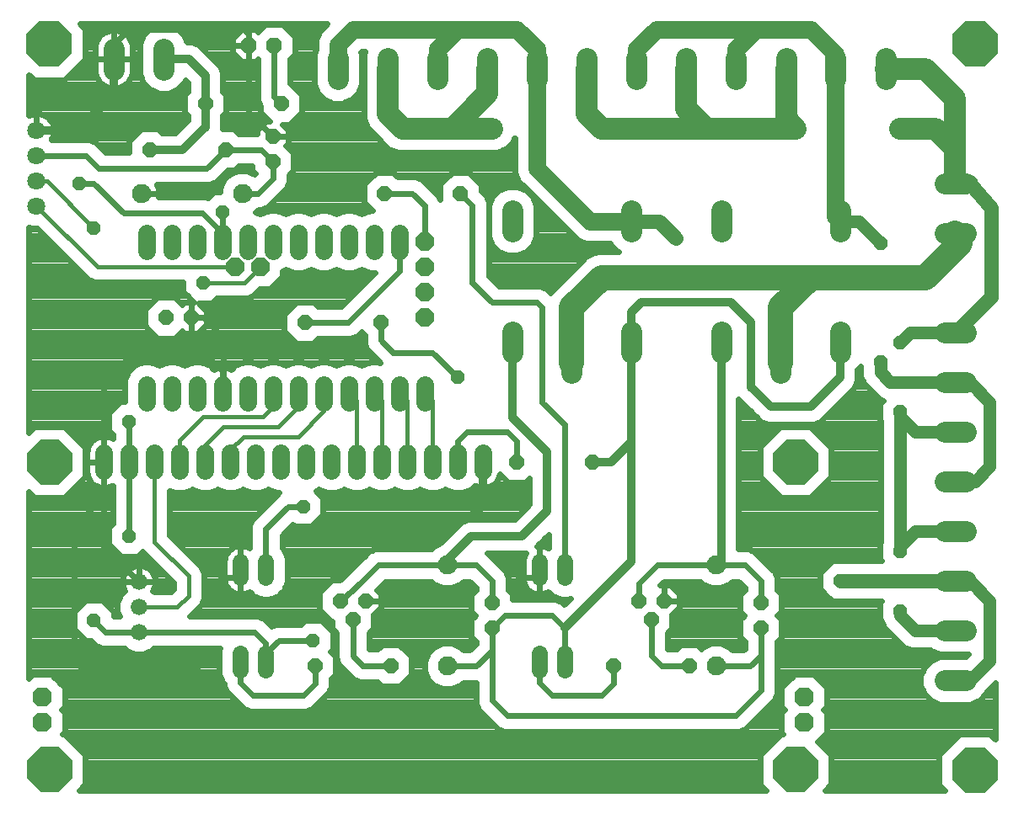
<source format=gbr>
G75*
%MOIN*%
%OFA0B0*%
%FSLAX25Y25*%
%IPPOS*%
%LPD*%
%AMOC8*
5,1,8,0,0,1.08239X$1,22.5*
%
%ADD10C,0.08350*%
%ADD11OC8,0.05906*%
%ADD12C,0.07600*%
%ADD13OC8,0.07600*%
%ADD14C,0.07000*%
%ADD15OC8,0.17717*%
%ADD16OC8,0.06299*%
%ADD17OC8,0.07087*%
%ADD18C,0.07087*%
%ADD19C,0.06600*%
%ADD20C,0.07087*%
%ADD21C,0.06350*%
%ADD22C,0.02400*%
%ADD23C,0.03200*%
%ADD24OC8,0.05600*%
%ADD25OC8,0.05512*%
%ADD26C,0.01600*%
%ADD27C,0.05600*%
%ADD28C,0.05000*%
%ADD29C,0.10000*%
%ADD30C,0.06600*%
%ADD31C,0.08600*%
%ADD32OC8,0.18110*%
D10*
X0227284Y0188998D02*
X0227284Y0197347D01*
X0250784Y0189347D02*
X0250784Y0180998D01*
X0274284Y0188998D02*
X0274284Y0197347D01*
X0309961Y0197347D02*
X0309961Y0188998D01*
X0333461Y0189347D02*
X0333461Y0180998D01*
X0356961Y0188998D02*
X0356961Y0197347D01*
X0398184Y0197139D02*
X0406534Y0197139D01*
X0406534Y0177339D02*
X0398184Y0177339D01*
X0398184Y0157769D02*
X0406534Y0157769D01*
X0406534Y0137969D02*
X0398184Y0137969D01*
X0398184Y0118399D02*
X0406534Y0118399D01*
X0406534Y0098599D02*
X0398184Y0098599D01*
X0398184Y0079029D02*
X0406534Y0079029D01*
X0406534Y0059229D02*
X0398184Y0059229D01*
X0398184Y0236394D02*
X0406534Y0236394D01*
X0406534Y0256194D02*
X0398184Y0256194D01*
X0356961Y0245347D02*
X0356961Y0236998D01*
X0309961Y0236998D02*
X0309961Y0245347D01*
X0274284Y0245347D02*
X0274284Y0236998D01*
X0227284Y0236998D02*
X0227284Y0245347D01*
X0236947Y0297238D02*
X0236947Y0305587D01*
X0217377Y0305587D02*
X0217377Y0297238D01*
X0197577Y0297238D02*
X0197577Y0305587D01*
X0178007Y0305587D02*
X0178007Y0297238D01*
X0158207Y0297238D02*
X0158207Y0305587D01*
X0089424Y0309524D02*
X0089424Y0301175D01*
X0069624Y0301175D02*
X0069624Y0309524D01*
X0256747Y0305587D02*
X0256747Y0297238D01*
X0276317Y0297238D02*
X0276317Y0305587D01*
X0296117Y0305587D02*
X0296117Y0297238D01*
X0315687Y0297238D02*
X0315687Y0305587D01*
X0335487Y0305587D02*
X0335487Y0297238D01*
X0355057Y0297238D02*
X0355057Y0305587D01*
X0374857Y0305587D02*
X0374857Y0297238D01*
D11*
X0206729Y0252200D03*
X0176729Y0252200D03*
X0132595Y0264641D03*
X0132595Y0274641D03*
X0135863Y0287633D03*
X0113816Y0269405D03*
X0105863Y0287633D03*
X0083816Y0269405D03*
X0090272Y0202987D03*
X0100272Y0202987D03*
X0145233Y0201019D03*
X0175233Y0201019D03*
X0229012Y0145783D03*
X0259012Y0145783D03*
X0277280Y0090783D03*
X0282280Y0083283D03*
X0287280Y0090783D03*
X0297280Y0065192D03*
X0267280Y0065192D03*
X0219288Y0079877D03*
X0219288Y0089877D03*
X0179170Y0065192D03*
X0164170Y0083283D03*
X0169170Y0090783D03*
X0159170Y0090783D03*
X0149170Y0065192D03*
X0325587Y0079877D03*
X0325587Y0089877D03*
D12*
X0307871Y0104877D03*
X0307871Y0064877D03*
X0201572Y0064877D03*
X0201572Y0104877D03*
X0120509Y0252121D03*
X0080509Y0252121D03*
D13*
X0219288Y0277791D03*
X0262595Y0277791D03*
X0339367Y0277791D03*
X0380705Y0277791D03*
X0342713Y0052554D03*
X0342713Y0042554D03*
X0041217Y0042554D03*
X0041217Y0052554D03*
D14*
X0065745Y0142243D02*
X0065745Y0149243D01*
X0075745Y0149243D02*
X0075745Y0142243D01*
X0085745Y0142243D02*
X0085745Y0149243D01*
X0095745Y0149243D02*
X0095745Y0142243D01*
X0105745Y0142243D02*
X0105745Y0149243D01*
X0115745Y0149243D02*
X0115745Y0142243D01*
X0125745Y0142243D02*
X0125745Y0149243D01*
X0135745Y0149243D02*
X0135745Y0142243D01*
X0145745Y0142243D02*
X0145745Y0149243D01*
X0155745Y0149243D02*
X0155745Y0142243D01*
X0165745Y0142243D02*
X0165745Y0149243D01*
X0175745Y0149243D02*
X0175745Y0142243D01*
X0185745Y0142243D02*
X0185745Y0149243D01*
X0195745Y0149243D02*
X0195745Y0142243D01*
X0205745Y0142243D02*
X0205745Y0149243D01*
X0215745Y0149243D02*
X0215745Y0142243D01*
X0257875Y0241172D02*
X0274284Y0241172D01*
X0257875Y0241172D02*
X0236947Y0262100D01*
X0236947Y0301413D01*
X0236947Y0309344D01*
X0229131Y0317161D01*
X0205509Y0317161D01*
X0197577Y0309229D01*
X0197577Y0301413D01*
X0205509Y0317161D02*
X0164170Y0317161D01*
X0158207Y0311198D01*
X0158207Y0301413D01*
X0276317Y0301413D02*
X0276317Y0309229D01*
X0284249Y0317161D01*
X0323619Y0317161D01*
X0315687Y0309229D01*
X0315687Y0301413D01*
X0323619Y0317161D02*
X0345272Y0317161D01*
X0355057Y0307376D01*
X0355057Y0301413D01*
X0355057Y0243076D01*
X0356961Y0241172D01*
D15*
X0044249Y0024011D03*
X0044249Y0145743D03*
X0339209Y0145743D03*
X0339209Y0024011D03*
D16*
X0133028Y0310704D03*
X0123028Y0310704D03*
D17*
X0192674Y0232987D03*
X0192674Y0222987D03*
X0192674Y0212987D03*
X0192674Y0202987D03*
X0127674Y0222987D03*
X0117674Y0222987D03*
D18*
X0122674Y0229444D02*
X0122674Y0236531D01*
X0132674Y0236531D02*
X0132674Y0229444D01*
X0142674Y0229444D02*
X0142674Y0236531D01*
X0152674Y0236531D02*
X0152674Y0229444D01*
X0162674Y0229444D02*
X0162674Y0236531D01*
X0172674Y0236531D02*
X0172674Y0229444D01*
X0182674Y0229444D02*
X0182674Y0236531D01*
X0182674Y0176531D02*
X0182674Y0169444D01*
X0192674Y0169444D02*
X0192674Y0176531D01*
X0172674Y0176531D02*
X0172674Y0169444D01*
X0162674Y0169444D02*
X0162674Y0176531D01*
X0152674Y0176531D02*
X0152674Y0169444D01*
X0142674Y0169444D02*
X0142674Y0176531D01*
X0132674Y0176531D02*
X0132674Y0169444D01*
X0122674Y0169444D02*
X0122674Y0176531D01*
X0112674Y0176531D02*
X0112674Y0169444D01*
X0102674Y0169444D02*
X0102674Y0176531D01*
X0092674Y0176531D02*
X0092674Y0169444D01*
X0082674Y0169444D02*
X0082674Y0176531D01*
X0082674Y0229444D02*
X0082674Y0236531D01*
X0092674Y0236531D02*
X0092674Y0229444D01*
X0102674Y0229444D02*
X0102674Y0236531D01*
X0112674Y0236531D02*
X0112674Y0229444D01*
D19*
X0079603Y0098302D03*
X0079603Y0088302D03*
X0079603Y0078302D03*
D20*
X0039091Y0247043D03*
X0039091Y0257043D03*
X0039091Y0267043D03*
X0039091Y0277043D03*
D21*
X0119800Y0106227D02*
X0119800Y0099877D01*
X0129800Y0099877D02*
X0129800Y0106227D01*
X0129800Y0069877D02*
X0129800Y0063528D01*
X0119800Y0063528D02*
X0119800Y0069877D01*
X0237910Y0069877D02*
X0237910Y0063528D01*
X0247910Y0063528D02*
X0247910Y0069877D01*
X0247910Y0099877D02*
X0247910Y0106227D01*
X0237910Y0106227D02*
X0237910Y0099877D01*
D22*
X0237910Y0099877D01*
X0237910Y0093502D01*
X0237492Y0093502D01*
X0236664Y0093611D01*
X0235857Y0093828D01*
X0235085Y0094148D01*
X0234361Y0094565D01*
X0233698Y0095074D01*
X0233107Y0095665D01*
X0232598Y0096328D01*
X0232180Y0097052D01*
X0231861Y0097824D01*
X0231644Y0098631D01*
X0231535Y0099459D01*
X0231535Y0099877D01*
X0237910Y0099877D01*
X0237910Y0099877D01*
X0237910Y0093502D01*
X0238328Y0093502D01*
X0239156Y0093611D01*
X0239964Y0093828D01*
X0240736Y0094148D01*
X0241408Y0094536D01*
X0243166Y0092777D01*
X0246244Y0091502D01*
X0249576Y0091502D01*
X0250161Y0091745D01*
X0247627Y0089211D01*
X0246535Y0090303D01*
X0244183Y0091277D01*
X0227441Y0091277D01*
X0227441Y0093254D01*
X0225688Y0095007D01*
X0225688Y0099930D01*
X0224714Y0102282D01*
X0222913Y0104082D01*
X0217422Y0109573D01*
X0232452Y0109573D01*
X0232490Y0109589D01*
X0232180Y0109052D01*
X0231861Y0108280D01*
X0231644Y0107473D01*
X0231535Y0106645D01*
X0231535Y0099877D01*
X0237910Y0099877D01*
X0229879Y0099877D01*
X0227162Y0102594D01*
X0225155Y0101217D02*
X0231535Y0101217D01*
X0231535Y0103616D02*
X0223380Y0103616D01*
X0220981Y0106014D02*
X0231535Y0106014D01*
X0231916Y0108413D02*
X0218583Y0108413D01*
X0213068Y0104877D02*
X0219288Y0098657D01*
X0219288Y0089877D01*
X0224288Y0084877D02*
X0219288Y0079877D01*
X0219288Y0071098D01*
X0219288Y0051413D01*
X0225194Y0045507D01*
X0315745Y0045507D01*
X0325587Y0055350D01*
X0325587Y0069129D01*
X0325587Y0079877D01*
X0333740Y0079631D02*
X0375062Y0079631D01*
X0374178Y0080515D02*
X0380083Y0074610D01*
X0382249Y0072444D01*
X0385079Y0071272D01*
X0392684Y0071272D01*
X0392874Y0071082D01*
X0396319Y0069654D01*
X0407743Y0069654D01*
X0406692Y0068604D01*
X0396319Y0068604D01*
X0392874Y0067177D01*
X0390237Y0064540D01*
X0388809Y0061094D01*
X0388809Y0057364D01*
X0390237Y0053919D01*
X0392874Y0051282D01*
X0396319Y0049854D01*
X0408398Y0049854D01*
X0411844Y0051282D01*
X0414481Y0053919D01*
X0414973Y0055106D01*
X0418312Y0058445D01*
X0418312Y0035934D01*
X0416138Y0038109D01*
X0404328Y0038109D01*
X0395978Y0029758D01*
X0395978Y0017949D01*
X0398153Y0015774D01*
X0350854Y0015774D01*
X0353268Y0018188D01*
X0353268Y0029834D01*
X0347994Y0035107D01*
X0351713Y0038826D01*
X0351713Y0046282D01*
X0350441Y0047554D01*
X0351713Y0048826D01*
X0351713Y0056282D01*
X0346441Y0061554D01*
X0338985Y0061554D01*
X0333713Y0056282D01*
X0333713Y0048826D01*
X0334985Y0047554D01*
X0333713Y0046282D01*
X0333713Y0038826D01*
X0334470Y0038069D01*
X0333386Y0038069D01*
X0325151Y0029834D01*
X0325151Y0018188D01*
X0327565Y0015774D01*
X0055893Y0015774D01*
X0058307Y0018188D01*
X0058307Y0029834D01*
X0050072Y0038069D01*
X0049460Y0038069D01*
X0050217Y0038826D01*
X0050217Y0046282D01*
X0048945Y0047554D01*
X0050217Y0048826D01*
X0050217Y0056282D01*
X0044945Y0061554D01*
X0037489Y0061554D01*
X0036012Y0060077D01*
X0036012Y0134099D01*
X0038426Y0131685D01*
X0050072Y0131685D01*
X0058307Y0139920D01*
X0058307Y0151566D01*
X0050072Y0159802D01*
X0038426Y0159802D01*
X0036012Y0157388D01*
X0036012Y0238854D01*
X0037352Y0238299D01*
X0039349Y0238299D01*
X0059748Y0217901D01*
X0061953Y0216987D01*
X0097115Y0216987D01*
X0097115Y0213453D01*
X0101428Y0209140D01*
X0100272Y0209140D01*
X0097724Y0209140D01*
X0096687Y0208103D01*
X0093649Y0211140D01*
X0086895Y0211140D01*
X0082120Y0206364D01*
X0082120Y0199610D01*
X0086895Y0194835D01*
X0093649Y0194835D01*
X0096687Y0197872D01*
X0097724Y0196835D01*
X0100272Y0196835D01*
X0100272Y0202987D01*
X0100272Y0202987D01*
X0100272Y0196835D01*
X0102821Y0196835D01*
X0106425Y0200439D01*
X0106425Y0202987D01*
X0100272Y0202987D01*
X0105115Y0202987D01*
X0112989Y0195113D01*
X0112989Y0179680D01*
X0112674Y0179365D01*
X0112674Y0181649D01*
X0109052Y0185271D01*
X0073619Y0185271D01*
X0065745Y0177397D01*
X0065745Y0145743D01*
X0065745Y0135543D01*
X0066184Y0135543D01*
X0067055Y0135658D01*
X0067903Y0135885D01*
X0068714Y0136221D01*
X0069189Y0136495D01*
X0069345Y0136340D01*
X0069345Y0121444D01*
X0067745Y0119844D01*
X0067745Y0113217D01*
X0072431Y0108531D01*
X0079058Y0108531D01*
X0080938Y0110411D01*
X0093209Y0098140D01*
X0093209Y0095236D01*
X0092275Y0094302D01*
X0085624Y0094302D01*
X0085101Y0094825D01*
X0085445Y0095421D01*
X0085771Y0096209D01*
X0085992Y0097032D01*
X0086103Y0097876D01*
X0086103Y0098302D01*
X0079603Y0098302D01*
X0073103Y0098302D01*
X0073103Y0097876D01*
X0073214Y0097032D01*
X0073435Y0096209D01*
X0073761Y0095421D01*
X0074105Y0094825D01*
X0072397Y0093117D01*
X0071103Y0089993D01*
X0071103Y0086612D01*
X0071894Y0084702D01*
X0069808Y0084702D01*
X0069808Y0086222D01*
X0065121Y0090909D01*
X0058494Y0090909D01*
X0053808Y0086222D01*
X0053808Y0079595D01*
X0058494Y0074909D01*
X0060757Y0074909D01*
X0060988Y0074677D01*
X0062789Y0072877D01*
X0065141Y0071902D01*
X0073982Y0071902D01*
X0074788Y0071096D01*
X0077912Y0069802D01*
X0081294Y0069802D01*
X0084418Y0071096D01*
X0085224Y0071902D01*
X0111574Y0071902D01*
X0111425Y0071543D01*
X0111425Y0061862D01*
X0112700Y0058784D01*
X0113400Y0058084D01*
X0113400Y0057108D01*
X0114374Y0054756D01*
X0116175Y0052955D01*
X0119374Y0049756D01*
X0119374Y0049756D01*
X0121175Y0047955D01*
X0123527Y0046981D01*
X0145758Y0046981D01*
X0148110Y0047955D01*
X0152795Y0052640D01*
X0154596Y0054441D01*
X0155570Y0056793D01*
X0155570Y0060062D01*
X0157323Y0061815D01*
X0157323Y0068569D01*
X0155265Y0070627D01*
X0156378Y0071739D01*
X0156378Y0078330D01*
X0151717Y0082991D01*
X0145126Y0082991D01*
X0143571Y0081435D01*
X0133684Y0081435D01*
X0132060Y0080762D01*
X0129094Y0083728D01*
X0126742Y0084702D01*
X0099646Y0084702D01*
X0099847Y0084904D01*
X0104296Y0089352D01*
X0105209Y0091558D01*
X0105209Y0101819D01*
X0104296Y0104024D01*
X0102608Y0105712D01*
X0091745Y0116575D01*
X0091745Y0134483D01*
X0094014Y0133543D01*
X0097475Y0133543D01*
X0100673Y0134868D01*
X0100745Y0134940D01*
X0100817Y0134868D01*
X0104014Y0133543D01*
X0107475Y0133543D01*
X0110673Y0134868D01*
X0110745Y0134940D01*
X0110817Y0134868D01*
X0114014Y0133543D01*
X0117475Y0133543D01*
X0120673Y0134868D01*
X0120745Y0134940D01*
X0120817Y0134868D01*
X0124014Y0133543D01*
X0127475Y0133543D01*
X0130673Y0134868D01*
X0130745Y0134940D01*
X0130817Y0134868D01*
X0134014Y0133543D01*
X0134887Y0133543D01*
X0126175Y0124830D01*
X0124374Y0123030D01*
X0123400Y0120678D01*
X0123400Y0111671D01*
X0123298Y0111568D01*
X0122625Y0111956D01*
X0121853Y0112276D01*
X0121046Y0112492D01*
X0120218Y0112602D01*
X0119800Y0112602D01*
X0119800Y0099877D01*
X0119800Y0093502D01*
X0120218Y0093502D01*
X0121046Y0093611D01*
X0121853Y0093828D01*
X0122625Y0094148D01*
X0123298Y0094536D01*
X0125056Y0092777D01*
X0128134Y0091502D01*
X0131466Y0091502D01*
X0134544Y0092777D01*
X0136900Y0095133D01*
X0138175Y0098211D01*
X0138175Y0107893D01*
X0136900Y0110971D01*
X0136200Y0111671D01*
X0136200Y0116754D01*
X0140432Y0120986D01*
X0141189Y0120228D01*
X0147780Y0120228D01*
X0152441Y0124889D01*
X0152441Y0131480D01*
X0149527Y0134393D01*
X0150673Y0134868D01*
X0150745Y0134940D01*
X0150817Y0134868D01*
X0154014Y0133543D01*
X0157475Y0133543D01*
X0160673Y0134868D01*
X0160745Y0134940D01*
X0160817Y0134868D01*
X0164014Y0133543D01*
X0167475Y0133543D01*
X0170673Y0134868D01*
X0170745Y0134940D01*
X0170817Y0134868D01*
X0174014Y0133543D01*
X0177475Y0133543D01*
X0180673Y0134868D01*
X0180745Y0134940D01*
X0180817Y0134868D01*
X0184014Y0133543D01*
X0187475Y0133543D01*
X0190673Y0134868D01*
X0190745Y0134940D01*
X0190817Y0134868D01*
X0194014Y0133543D01*
X0197475Y0133543D01*
X0200673Y0134868D01*
X0200745Y0134940D01*
X0200817Y0134868D01*
X0204014Y0133543D01*
X0207475Y0133543D01*
X0210673Y0134868D01*
X0212300Y0136495D01*
X0212775Y0136221D01*
X0213586Y0135885D01*
X0214435Y0135658D01*
X0215306Y0135543D01*
X0215745Y0135543D01*
X0216184Y0135543D01*
X0217055Y0135658D01*
X0217903Y0135885D01*
X0218714Y0136221D01*
X0219475Y0136661D01*
X0220172Y0137195D01*
X0220793Y0137816D01*
X0221328Y0138513D01*
X0221767Y0139274D01*
X0222103Y0140085D01*
X0222330Y0140933D01*
X0222330Y0140935D01*
X0225635Y0137630D01*
X0232389Y0137630D01*
X0234142Y0139382D01*
X0234142Y0129032D01*
X0228282Y0123173D01*
X0209746Y0123173D01*
X0207247Y0122138D01*
X0198424Y0113315D01*
X0196473Y0112507D01*
X0195244Y0111277D01*
X0173054Y0111277D01*
X0170702Y0110303D01*
X0162682Y0102283D01*
X0158812Y0098935D01*
X0155793Y0098935D01*
X0151017Y0094160D01*
X0151017Y0087406D01*
X0155793Y0082630D01*
X0156017Y0082630D01*
X0156017Y0079906D01*
X0157770Y0078153D01*
X0157770Y0067856D01*
X0158744Y0065504D01*
X0162681Y0061567D01*
X0164482Y0059766D01*
X0166834Y0058792D01*
X0174040Y0058792D01*
X0175793Y0057039D01*
X0182547Y0057039D01*
X0187323Y0061815D01*
X0187323Y0068569D01*
X0182547Y0073345D01*
X0175793Y0073345D01*
X0174040Y0071592D01*
X0170758Y0071592D01*
X0170570Y0071780D01*
X0170570Y0078153D01*
X0172323Y0079906D01*
X0172323Y0085234D01*
X0175323Y0088234D01*
X0175323Y0090783D01*
X0175323Y0093331D01*
X0173578Y0095076D01*
X0176978Y0098477D01*
X0195244Y0098477D01*
X0196473Y0097247D01*
X0199781Y0095877D01*
X0203362Y0095877D01*
X0206670Y0097247D01*
X0207899Y0098477D01*
X0210417Y0098477D01*
X0212888Y0096006D01*
X0212888Y0095007D01*
X0211135Y0093254D01*
X0211135Y0086500D01*
X0212758Y0084877D01*
X0211135Y0083254D01*
X0211135Y0076500D01*
X0212888Y0074747D01*
X0212888Y0073749D01*
X0210417Y0071277D01*
X0207899Y0071277D01*
X0206670Y0072507D01*
X0203362Y0073877D01*
X0199781Y0073877D01*
X0196473Y0072507D01*
X0193942Y0069975D01*
X0192572Y0066667D01*
X0192572Y0063087D01*
X0193942Y0059779D01*
X0196473Y0057247D01*
X0199781Y0055877D01*
X0203362Y0055877D01*
X0206670Y0057247D01*
X0207899Y0058477D01*
X0212888Y0058477D01*
X0212888Y0050140D01*
X0213862Y0047787D01*
X0219768Y0041882D01*
X0221568Y0040081D01*
X0223921Y0039107D01*
X0317018Y0039107D01*
X0319370Y0040081D01*
X0329213Y0049924D01*
X0331013Y0051724D01*
X0331987Y0054077D01*
X0331987Y0074747D01*
X0333740Y0076500D01*
X0333740Y0083254D01*
X0332117Y0084877D01*
X0333740Y0086500D01*
X0333740Y0093254D01*
X0331987Y0095007D01*
X0331987Y0099930D01*
X0331013Y0102282D01*
X0324792Y0108502D01*
X0322992Y0110303D01*
X0320640Y0111277D01*
X0316761Y0111277D01*
X0316761Y0170701D01*
X0317798Y0169664D01*
X0325672Y0161790D01*
X0328172Y0160754D01*
X0346625Y0160754D01*
X0349124Y0161790D01*
X0351037Y0163702D01*
X0362726Y0175391D01*
X0363761Y0177891D01*
X0363761Y0182540D01*
X0364875Y0183654D01*
X0364875Y0181975D01*
X0365131Y0181720D01*
X0365131Y0179802D01*
X0366304Y0176972D01*
X0370241Y0173035D01*
X0372407Y0170869D01*
X0374055Y0170186D01*
X0372749Y0168881D01*
X0372749Y0162290D01*
X0373005Y0162034D01*
X0373005Y0114019D01*
X0372749Y0113763D01*
X0372749Y0107172D01*
X0373265Y0106657D01*
X0355492Y0106657D01*
X0355386Y0106613D01*
X0353788Y0106613D01*
X0352658Y0105483D01*
X0352552Y0105439D01*
X0350301Y0103188D01*
X0350257Y0103082D01*
X0349127Y0101952D01*
X0349127Y0100354D01*
X0349083Y0100248D01*
X0349083Y0097065D01*
X0349127Y0096959D01*
X0349127Y0095361D01*
X0350257Y0094232D01*
X0350301Y0094125D01*
X0352552Y0091875D01*
X0352658Y0091831D01*
X0353788Y0090701D01*
X0355386Y0090701D01*
X0355492Y0090657D01*
X0373265Y0090657D01*
X0372749Y0090141D01*
X0372749Y0083550D01*
X0373042Y0083258D01*
X0374178Y0080515D01*
X0373551Y0082029D02*
X0333740Y0082029D01*
X0332566Y0084428D02*
X0372749Y0084428D01*
X0372749Y0086826D02*
X0333740Y0086826D01*
X0333740Y0089225D02*
X0372749Y0089225D01*
X0377461Y0077232D02*
X0333740Y0077232D01*
X0332074Y0074834D02*
X0379859Y0074834D01*
X0382270Y0072435D02*
X0331987Y0072435D01*
X0331987Y0070037D02*
X0395396Y0070037D01*
X0393988Y0067638D02*
X0331987Y0067638D01*
X0331987Y0065240D02*
X0390937Y0065240D01*
X0389533Y0062841D02*
X0331987Y0062841D01*
X0331987Y0060443D02*
X0337874Y0060443D01*
X0335475Y0058044D02*
X0331987Y0058044D01*
X0331987Y0055646D02*
X0333713Y0055646D01*
X0333713Y0053247D02*
X0331644Y0053247D01*
X0330137Y0050849D02*
X0333713Y0050849D01*
X0334089Y0048450D02*
X0327739Y0048450D01*
X0325340Y0046052D02*
X0333713Y0046052D01*
X0333713Y0043653D02*
X0322942Y0043653D01*
X0320543Y0041255D02*
X0333713Y0041255D01*
X0333713Y0038856D02*
X0050217Y0038856D01*
X0050217Y0041255D02*
X0220395Y0041255D01*
X0217996Y0043653D02*
X0050217Y0043653D01*
X0050217Y0046052D02*
X0215598Y0046052D01*
X0213588Y0048450D02*
X0148605Y0048450D01*
X0151003Y0050849D02*
X0212888Y0050849D01*
X0212888Y0053247D02*
X0153402Y0053247D01*
X0152795Y0052640D02*
X0152795Y0052640D01*
X0155095Y0055646D02*
X0212888Y0055646D01*
X0212888Y0058044D02*
X0207467Y0058044D01*
X0213068Y0064877D02*
X0201572Y0064877D01*
X0192572Y0065240D02*
X0187323Y0065240D01*
X0187323Y0067638D02*
X0192974Y0067638D01*
X0194003Y0070037D02*
X0185855Y0070037D01*
X0183456Y0072435D02*
X0196402Y0072435D01*
X0206741Y0072435D02*
X0211575Y0072435D01*
X0212802Y0074834D02*
X0170570Y0074834D01*
X0170570Y0077232D02*
X0211135Y0077232D01*
X0211135Y0079631D02*
X0172048Y0079631D01*
X0172323Y0082029D02*
X0211135Y0082029D01*
X0212309Y0084428D02*
X0172323Y0084428D01*
X0173915Y0086826D02*
X0211135Y0086826D01*
X0211135Y0089225D02*
X0175323Y0089225D01*
X0175323Y0090783D02*
X0169170Y0090783D01*
X0175323Y0090783D01*
X0175323Y0091623D02*
X0211135Y0091623D01*
X0211903Y0094022D02*
X0174632Y0094022D01*
X0174922Y0096420D02*
X0198470Y0096420D01*
X0204673Y0096420D02*
X0212473Y0096420D01*
X0213068Y0104877D02*
X0201572Y0104877D01*
X0199603Y0104877D01*
X0174327Y0104877D01*
X0167044Y0097594D01*
X0159170Y0090783D01*
X0153278Y0096420D02*
X0137433Y0096420D01*
X0138175Y0098819D02*
X0155676Y0098819D01*
X0151017Y0094022D02*
X0135788Y0094022D01*
X0131758Y0091623D02*
X0151017Y0091623D01*
X0151017Y0089225D02*
X0104168Y0089225D01*
X0105209Y0091623D02*
X0127842Y0091623D01*
X0123811Y0094022D02*
X0122322Y0094022D01*
X0119800Y0094022D02*
X0119800Y0094022D01*
X0119800Y0093502D02*
X0119800Y0099877D01*
X0119800Y0099877D01*
X0112241Y0099877D01*
X0107083Y0094720D01*
X0105209Y0094022D02*
X0117278Y0094022D01*
X0116974Y0094148D02*
X0117746Y0093828D01*
X0118554Y0093611D01*
X0119382Y0093502D01*
X0119800Y0093502D01*
X0116974Y0094148D02*
X0116251Y0094565D01*
X0115588Y0095074D01*
X0114997Y0095665D01*
X0114488Y0096328D01*
X0114070Y0097052D01*
X0113750Y0097824D01*
X0113534Y0098631D01*
X0113425Y0099459D01*
X0113425Y0099877D01*
X0119800Y0099877D01*
X0119800Y0099877D01*
X0119800Y0099877D01*
X0113425Y0099877D01*
X0113425Y0106645D01*
X0113534Y0107473D01*
X0113750Y0108280D01*
X0114070Y0109052D01*
X0114488Y0109776D01*
X0114997Y0110439D01*
X0115588Y0111030D01*
X0116251Y0111539D01*
X0116974Y0111956D01*
X0117746Y0112276D01*
X0118554Y0112492D01*
X0119382Y0112602D01*
X0119800Y0112602D01*
X0119800Y0099877D01*
X0119800Y0098819D02*
X0119800Y0098819D01*
X0119800Y0101217D02*
X0119800Y0101217D01*
X0119800Y0103616D02*
X0119800Y0103616D01*
X0119800Y0106014D02*
X0119800Y0106014D01*
X0119800Y0108413D02*
X0119800Y0108413D01*
X0119800Y0110811D02*
X0119800Y0110811D01*
X0123400Y0113210D02*
X0095110Y0113210D01*
X0097508Y0110811D02*
X0115369Y0110811D01*
X0113805Y0108413D02*
X0099907Y0108413D01*
X0102305Y0106014D02*
X0113425Y0106014D01*
X0113425Y0103616D02*
X0104465Y0103616D01*
X0105209Y0101217D02*
X0113425Y0101217D01*
X0113509Y0098819D02*
X0105209Y0098819D01*
X0105209Y0096420D02*
X0114435Y0096420D01*
X0119800Y0096420D02*
X0119800Y0096420D01*
X0129800Y0099877D02*
X0129800Y0119405D01*
X0138579Y0128184D01*
X0144485Y0128184D01*
X0151522Y0132398D02*
X0234142Y0132398D01*
X0234142Y0130000D02*
X0152441Y0130000D01*
X0152441Y0127601D02*
X0232710Y0127601D01*
X0230312Y0125203D02*
X0152441Y0125203D01*
X0150356Y0122804D02*
X0208855Y0122804D01*
X0205515Y0120406D02*
X0147958Y0120406D01*
X0141012Y0120406D02*
X0139852Y0120406D01*
X0137453Y0118007D02*
X0203116Y0118007D01*
X0200718Y0115609D02*
X0136200Y0115609D01*
X0136200Y0113210D02*
X0198171Y0113210D01*
X0200501Y0134797D02*
X0200988Y0134797D01*
X0210501Y0134797D02*
X0234142Y0134797D01*
X0234142Y0137195D02*
X0220172Y0137195D01*
X0221899Y0139594D02*
X0223672Y0139594D01*
X0215745Y0139594D02*
X0215745Y0139594D01*
X0215745Y0141992D02*
X0215745Y0141992D01*
X0215745Y0144391D02*
X0215745Y0144391D01*
X0215745Y0145743D02*
X0215745Y0135543D01*
X0215745Y0145743D01*
X0215745Y0145743D01*
X0205745Y0145743D02*
X0205745Y0154011D01*
X0209446Y0157712D01*
X0225194Y0157712D01*
X0229012Y0153893D01*
X0229012Y0145783D01*
X0215745Y0137195D02*
X0215745Y0137195D01*
X0190988Y0134797D02*
X0190501Y0134797D01*
X0180988Y0134797D02*
X0180501Y0134797D01*
X0170988Y0134797D02*
X0170501Y0134797D01*
X0160988Y0134797D02*
X0160501Y0134797D01*
X0150988Y0134797D02*
X0150501Y0134797D01*
X0133742Y0132398D02*
X0091745Y0132398D01*
X0091745Y0130000D02*
X0131344Y0130000D01*
X0128945Y0127601D02*
X0091745Y0127601D01*
X0091745Y0125203D02*
X0126547Y0125203D01*
X0124281Y0122804D02*
X0091745Y0122804D01*
X0091745Y0120406D02*
X0123400Y0120406D01*
X0123400Y0118007D02*
X0091745Y0118007D01*
X0092711Y0115609D02*
X0123400Y0115609D01*
X0136966Y0110811D02*
X0171930Y0110811D01*
X0168812Y0108413D02*
X0137959Y0108413D01*
X0138175Y0106014D02*
X0166414Y0106014D01*
X0164015Y0103616D02*
X0138175Y0103616D01*
X0138175Y0101217D02*
X0161450Y0101217D01*
X0169170Y0090783D02*
X0169170Y0090783D01*
X0164170Y0083283D02*
X0164170Y0069129D01*
X0168107Y0065192D01*
X0179170Y0065192D01*
X0185950Y0060443D02*
X0193667Y0060443D01*
X0192673Y0062841D02*
X0187323Y0062841D01*
X0183552Y0058044D02*
X0195677Y0058044D01*
X0213068Y0064877D02*
X0219288Y0071098D01*
X0224288Y0084877D02*
X0242910Y0084877D01*
X0247910Y0079877D01*
X0247910Y0069877D01*
X0237910Y0069877D02*
X0237910Y0058381D01*
X0242910Y0053381D01*
X0262595Y0053381D01*
X0267280Y0058066D01*
X0267280Y0065192D01*
X0282280Y0069129D02*
X0286217Y0065192D01*
X0297280Y0065192D01*
X0292150Y0071592D02*
X0288868Y0071592D01*
X0288680Y0071780D01*
X0288680Y0078153D01*
X0290433Y0079906D01*
X0290433Y0085234D01*
X0293433Y0088234D01*
X0293433Y0090783D01*
X0293433Y0093331D01*
X0289829Y0096935D01*
X0287280Y0096935D01*
X0285673Y0096935D01*
X0287215Y0098477D01*
X0301543Y0098477D01*
X0302773Y0097247D01*
X0306081Y0095877D01*
X0309661Y0095877D01*
X0312969Y0097247D01*
X0314199Y0098477D01*
X0316716Y0098477D01*
X0319187Y0096006D01*
X0319187Y0095007D01*
X0317435Y0093254D01*
X0317435Y0086500D01*
X0319058Y0084877D01*
X0317435Y0083254D01*
X0317435Y0076500D01*
X0319187Y0074747D01*
X0319187Y0071780D01*
X0318684Y0071277D01*
X0314199Y0071277D01*
X0312969Y0072507D01*
X0309661Y0073877D01*
X0306081Y0073877D01*
X0302773Y0072507D01*
X0302134Y0071868D01*
X0300657Y0073345D01*
X0293903Y0073345D01*
X0292150Y0071592D01*
X0292994Y0072435D02*
X0288680Y0072435D01*
X0288680Y0074834D02*
X0319101Y0074834D01*
X0319187Y0072435D02*
X0313040Y0072435D01*
X0317435Y0077232D02*
X0288680Y0077232D01*
X0290158Y0079631D02*
X0317435Y0079631D01*
X0317435Y0082029D02*
X0290433Y0082029D01*
X0290433Y0084428D02*
X0318608Y0084428D01*
X0317435Y0086826D02*
X0292025Y0086826D01*
X0293433Y0089225D02*
X0317435Y0089225D01*
X0317435Y0091623D02*
X0293433Y0091623D01*
X0293433Y0090783D02*
X0287280Y0090783D01*
X0287280Y0096935D01*
X0287280Y0090783D01*
X0287280Y0090783D01*
X0287280Y0090783D01*
X0293433Y0090783D01*
X0292742Y0094022D02*
X0318202Y0094022D01*
X0318773Y0096420D02*
X0310972Y0096420D01*
X0304769Y0096420D02*
X0290344Y0096420D01*
X0287280Y0096420D02*
X0287280Y0096420D01*
X0287280Y0094022D02*
X0287280Y0094022D01*
X0287280Y0091623D02*
X0287280Y0091623D01*
X0282280Y0083283D02*
X0282280Y0069129D01*
X0301567Y0072435D02*
X0302701Y0072435D01*
X0307871Y0064877D02*
X0321335Y0064877D01*
X0325587Y0069129D01*
X0347553Y0060443D02*
X0388809Y0060443D01*
X0388809Y0058044D02*
X0349951Y0058044D01*
X0351713Y0055646D02*
X0389521Y0055646D01*
X0390908Y0053247D02*
X0351713Y0053247D01*
X0351713Y0050849D02*
X0393919Y0050849D01*
X0402677Y0036458D02*
X0349344Y0036458D01*
X0349043Y0034059D02*
X0400279Y0034059D01*
X0397880Y0031661D02*
X0351441Y0031661D01*
X0353268Y0029262D02*
X0395978Y0029262D01*
X0395978Y0026864D02*
X0353268Y0026864D01*
X0353268Y0024465D02*
X0395978Y0024465D01*
X0395978Y0022067D02*
X0353268Y0022067D01*
X0353268Y0019668D02*
X0395978Y0019668D01*
X0396657Y0017270D02*
X0352349Y0017270D01*
X0351713Y0038856D02*
X0418312Y0038856D01*
X0418312Y0036458D02*
X0417789Y0036458D01*
X0418312Y0041255D02*
X0351713Y0041255D01*
X0351713Y0043653D02*
X0418312Y0043653D01*
X0418312Y0046052D02*
X0351713Y0046052D01*
X0351337Y0048450D02*
X0418312Y0048450D01*
X0418312Y0050849D02*
X0410799Y0050849D01*
X0413810Y0053247D02*
X0418312Y0053247D01*
X0418312Y0055646D02*
X0415513Y0055646D01*
X0417911Y0058044D02*
X0418312Y0058044D01*
X0372749Y0108413D02*
X0324882Y0108413D01*
X0327280Y0106014D02*
X0353190Y0106014D01*
X0350729Y0103616D02*
X0329679Y0103616D01*
X0331454Y0101217D02*
X0349127Y0101217D01*
X0349083Y0098819D02*
X0331987Y0098819D01*
X0331987Y0096420D02*
X0349127Y0096420D01*
X0350404Y0094022D02*
X0332972Y0094022D01*
X0333740Y0091623D02*
X0352865Y0091623D01*
X0325587Y0089877D02*
X0325587Y0098657D01*
X0319367Y0104877D01*
X0307871Y0104877D01*
X0284564Y0104877D01*
X0277280Y0097594D01*
X0277280Y0090783D01*
X0250040Y0091623D02*
X0249868Y0091623D01*
X0247641Y0089225D02*
X0247613Y0089225D01*
X0245952Y0091623D02*
X0227441Y0091623D01*
X0226673Y0094022D02*
X0235388Y0094022D01*
X0237910Y0094022D02*
X0237910Y0094022D01*
X0237910Y0096420D02*
X0237910Y0096420D01*
X0237910Y0098819D02*
X0237910Y0098819D01*
X0237910Y0099877D02*
X0237910Y0112602D01*
X0237492Y0112602D01*
X0236861Y0112518D01*
X0236864Y0112521D01*
X0241510Y0117168D01*
X0241510Y0111671D01*
X0241408Y0111568D01*
X0240736Y0111956D01*
X0239964Y0112276D01*
X0239156Y0112492D01*
X0238328Y0112602D01*
X0237910Y0112602D01*
X0237910Y0099877D01*
X0237910Y0099877D01*
X0237910Y0101217D02*
X0237910Y0101217D01*
X0237910Y0103616D02*
X0237910Y0103616D01*
X0237910Y0106014D02*
X0237910Y0106014D01*
X0237910Y0108413D02*
X0237910Y0108413D01*
X0237910Y0110811D02*
X0237910Y0110811D01*
X0237552Y0113210D02*
X0241510Y0113210D01*
X0241510Y0115609D02*
X0239951Y0115609D01*
X0247910Y0099877D02*
X0247910Y0160586D01*
X0238973Y0169523D01*
X0238973Y0206924D01*
X0237005Y0208893D01*
X0219288Y0208893D01*
X0211414Y0216767D01*
X0211414Y0247515D01*
X0206729Y0252200D01*
X0200120Y0257121D02*
X0191922Y0257121D01*
X0191417Y0257626D02*
X0189065Y0258600D01*
X0181859Y0258600D01*
X0180106Y0260353D01*
X0173352Y0260353D01*
X0168576Y0255577D01*
X0168576Y0248823D01*
X0172125Y0245274D01*
X0170935Y0245274D01*
X0167721Y0243943D01*
X0167674Y0243896D01*
X0167627Y0243943D01*
X0164413Y0245274D01*
X0160935Y0245274D01*
X0157721Y0243943D01*
X0157674Y0243896D01*
X0157627Y0243943D01*
X0154413Y0245274D01*
X0150935Y0245274D01*
X0147721Y0243943D01*
X0147674Y0243896D01*
X0147627Y0243943D01*
X0144413Y0245274D01*
X0140935Y0245274D01*
X0137721Y0243943D01*
X0137674Y0243896D01*
X0137627Y0243943D01*
X0134413Y0245274D01*
X0130935Y0245274D01*
X0127721Y0243943D01*
X0127674Y0243896D01*
X0127627Y0243943D01*
X0125810Y0244695D01*
X0126915Y0245800D01*
X0128041Y0245800D01*
X0130394Y0246774D01*
X0132194Y0248575D01*
X0138021Y0254401D01*
X0138995Y0256754D01*
X0138995Y0259511D01*
X0140748Y0261264D01*
X0140748Y0268018D01*
X0137711Y0271055D01*
X0138748Y0272092D01*
X0138748Y0274641D01*
X0138748Y0277189D01*
X0136457Y0279480D01*
X0139240Y0279480D01*
X0144016Y0284256D01*
X0144016Y0291010D01*
X0139428Y0295597D01*
X0139428Y0305296D01*
X0141378Y0307245D01*
X0141378Y0314162D01*
X0136487Y0319054D01*
X0129570Y0319054D01*
X0126614Y0316098D01*
X0125658Y0317054D01*
X0123028Y0317054D01*
X0120398Y0317054D01*
X0116679Y0313334D01*
X0116679Y0310704D01*
X0123028Y0310704D01*
X0123028Y0310704D01*
X0116679Y0310704D01*
X0116679Y0308074D01*
X0120398Y0304354D01*
X0123028Y0304354D01*
X0123028Y0310704D01*
X0123028Y0317054D01*
X0123028Y0310704D01*
X0123028Y0310704D01*
X0123028Y0284208D01*
X0132595Y0274641D01*
X0138748Y0274641D01*
X0132595Y0274641D01*
X0132595Y0274641D01*
X0127960Y0278707D02*
X0112663Y0278707D01*
X0112663Y0277557D02*
X0112663Y0282903D01*
X0114016Y0284256D01*
X0114016Y0291010D01*
X0112663Y0292363D01*
X0112663Y0300049D01*
X0111628Y0302548D01*
X0109715Y0304461D01*
X0103061Y0311114D01*
X0100562Y0312150D01*
X0098484Y0312150D01*
X0097372Y0314835D01*
X0094735Y0317472D01*
X0091289Y0318899D01*
X0087559Y0318899D01*
X0084114Y0317472D01*
X0081477Y0314835D01*
X0080049Y0311389D01*
X0080049Y0299310D01*
X0081477Y0295864D01*
X0084114Y0293227D01*
X0087559Y0291800D01*
X0091289Y0291800D01*
X0094735Y0293227D01*
X0097372Y0295864D01*
X0097872Y0297071D01*
X0099063Y0295879D01*
X0099063Y0292363D01*
X0097710Y0291010D01*
X0097710Y0284256D01*
X0099063Y0282903D01*
X0099063Y0281355D01*
X0093912Y0276205D01*
X0088545Y0276205D01*
X0087193Y0277557D01*
X0080439Y0277557D01*
X0075663Y0272782D01*
X0075663Y0268443D01*
X0066427Y0268443D01*
X0062402Y0272468D01*
X0060049Y0273443D01*
X0045056Y0273443D01*
X0044893Y0273605D01*
X0045152Y0274054D01*
X0045490Y0274870D01*
X0045719Y0275724D01*
X0045834Y0276601D01*
X0045834Y0277042D01*
X0039091Y0277042D01*
X0039091Y0277043D01*
X0039091Y0283786D01*
X0038649Y0283786D01*
X0037773Y0283670D01*
X0036919Y0283442D01*
X0036102Y0283103D01*
X0036012Y0283051D01*
X0036012Y0299175D01*
X0038187Y0297000D01*
X0049996Y0297000D01*
X0058346Y0305350D01*
X0058346Y0317160D01*
X0056171Y0319335D01*
X0154040Y0319335D01*
X0150831Y0316126D01*
X0149507Y0312928D01*
X0149507Y0309081D01*
X0148832Y0307452D01*
X0148832Y0295373D01*
X0150259Y0291927D01*
X0152897Y0289290D01*
X0156342Y0287863D01*
X0160072Y0287863D01*
X0163517Y0289290D01*
X0166155Y0291927D01*
X0167582Y0295373D01*
X0167582Y0307452D01*
X0167343Y0308030D01*
X0167774Y0308461D01*
X0169050Y0308461D01*
X0168632Y0307452D01*
X0168632Y0303605D01*
X0168507Y0303302D01*
X0168507Y0281749D01*
X0169953Y0278257D01*
X0175801Y0272409D01*
X0178474Y0269737D01*
X0181965Y0268291D01*
X0221178Y0268291D01*
X0222385Y0268791D01*
X0223016Y0268791D01*
X0223462Y0269237D01*
X0224669Y0269737D01*
X0227342Y0272409D01*
X0227842Y0273616D01*
X0228247Y0274022D01*
X0228247Y0260369D01*
X0229572Y0257172D01*
X0250499Y0236244D01*
X0252947Y0233797D01*
X0256144Y0232472D01*
X0266011Y0232472D01*
X0266337Y0231687D01*
X0268974Y0229050D01*
X0269251Y0228935D01*
X0261252Y0228935D01*
X0258658Y0228240D01*
X0256332Y0226897D01*
X0244521Y0215086D01*
X0242622Y0213187D01*
X0242307Y0212642D01*
X0240630Y0214319D01*
X0238278Y0215293D01*
X0221939Y0215293D01*
X0217814Y0219418D01*
X0217814Y0248788D01*
X0216840Y0251140D01*
X0215039Y0252941D01*
X0214882Y0253098D01*
X0214882Y0255577D01*
X0210106Y0260353D01*
X0203352Y0260353D01*
X0198576Y0255577D01*
X0198576Y0249792D01*
X0198100Y0250943D01*
X0193218Y0255825D01*
X0191417Y0257626D01*
X0194321Y0254722D02*
X0198576Y0254722D01*
X0198576Y0252324D02*
X0196719Y0252324D01*
X0198521Y0249925D02*
X0198576Y0249925D01*
X0192674Y0247318D02*
X0187792Y0252200D01*
X0176729Y0252200D01*
X0170120Y0257121D02*
X0138995Y0257121D01*
X0139003Y0259519D02*
X0172518Y0259519D01*
X0168576Y0254722D02*
X0138154Y0254722D01*
X0135943Y0252324D02*
X0168576Y0252324D01*
X0168576Y0249925D02*
X0133544Y0249925D01*
X0131146Y0247527D02*
X0169873Y0247527D01*
X0170583Y0245128D02*
X0164765Y0245128D01*
X0160583Y0245128D02*
X0154765Y0245128D01*
X0150583Y0245128D02*
X0144765Y0245128D01*
X0140583Y0245128D02*
X0134765Y0245128D01*
X0130583Y0245128D02*
X0126243Y0245128D01*
X0126768Y0252200D02*
X0120587Y0252200D01*
X0120509Y0252121D01*
X0115410Y0259751D02*
X0112879Y0257219D01*
X0111509Y0253911D01*
X0111509Y0252641D01*
X0109360Y0252641D01*
X0107043Y0250324D01*
X0106073Y0250726D01*
X0087382Y0250726D01*
X0087389Y0250753D01*
X0087509Y0251662D01*
X0087509Y0252121D01*
X0080509Y0252121D01*
X0080509Y0252121D01*
X0087509Y0252121D01*
X0087509Y0252580D01*
X0087389Y0253490D01*
X0087151Y0254376D01*
X0086800Y0255224D01*
X0086558Y0255643D01*
X0107726Y0255643D01*
X0110079Y0256617D01*
X0114714Y0261252D01*
X0117193Y0261252D01*
X0118945Y0263005D01*
X0124442Y0263005D01*
X0124442Y0261264D01*
X0125612Y0260094D01*
X0125368Y0259850D01*
X0122299Y0261121D01*
X0118718Y0261121D01*
X0115410Y0259751D01*
X0115179Y0259519D02*
X0112981Y0259519D01*
X0112838Y0257121D02*
X0110583Y0257121D01*
X0111844Y0254722D02*
X0087008Y0254722D01*
X0087509Y0252324D02*
X0109043Y0252324D01*
X0112674Y0244641D02*
X0112674Y0236452D01*
X0104800Y0244326D01*
X0073619Y0244326D01*
X0061808Y0256137D01*
X0055902Y0256137D01*
X0063776Y0262043D02*
X0106453Y0262043D01*
X0113816Y0269405D01*
X0127831Y0269405D01*
X0132595Y0264641D01*
X0132595Y0258027D01*
X0126768Y0252200D01*
X0124442Y0261918D02*
X0117858Y0261918D01*
X0118945Y0275805D02*
X0117193Y0277557D01*
X0112663Y0277557D01*
X0112663Y0281106D02*
X0130860Y0281106D01*
X0131173Y0280794D02*
X0130047Y0280794D01*
X0126442Y0277189D01*
X0126442Y0275805D01*
X0118945Y0275805D01*
X0118441Y0276309D02*
X0126442Y0276309D01*
X0131173Y0280794D02*
X0127710Y0284256D01*
X0127710Y0286735D01*
X0127603Y0286842D01*
X0126628Y0289195D01*
X0126628Y0305296D01*
X0126614Y0305310D01*
X0125658Y0304354D01*
X0123028Y0304354D01*
X0123028Y0310704D01*
X0123028Y0314995D01*
X0120863Y0317161D01*
X0075587Y0317161D01*
X0069682Y0311255D01*
X0069682Y0303439D01*
X0069624Y0303381D01*
X0069524Y0302692D02*
X0069724Y0302692D01*
X0069724Y0300294D02*
X0069524Y0300294D01*
X0069524Y0297895D02*
X0069724Y0297895D01*
X0069724Y0295497D02*
X0069524Y0295497D01*
X0069524Y0293800D02*
X0069524Y0305250D01*
X0062249Y0305250D01*
X0062249Y0300691D01*
X0062376Y0299733D01*
X0062626Y0298799D01*
X0062996Y0297906D01*
X0063479Y0297069D01*
X0064068Y0296302D01*
X0064751Y0295618D01*
X0065518Y0295030D01*
X0066355Y0294546D01*
X0067249Y0294176D01*
X0068182Y0293926D01*
X0069141Y0293800D01*
X0069524Y0293800D01*
X0069724Y0293800D02*
X0070108Y0293800D01*
X0071066Y0293926D01*
X0072000Y0294176D01*
X0072893Y0294546D01*
X0073730Y0295030D01*
X0074497Y0295618D01*
X0075181Y0296302D01*
X0075769Y0297069D01*
X0076253Y0297906D01*
X0076623Y0298799D01*
X0076873Y0299733D01*
X0076999Y0300691D01*
X0076999Y0305250D01*
X0069724Y0305250D01*
X0069724Y0305450D01*
X0069524Y0305450D01*
X0069524Y0316899D01*
X0069141Y0316899D01*
X0068182Y0316773D01*
X0067249Y0316523D01*
X0066355Y0316153D01*
X0065518Y0315669D01*
X0064751Y0315081D01*
X0064068Y0314397D01*
X0063479Y0313630D01*
X0062996Y0312793D01*
X0062626Y0311900D01*
X0062376Y0310966D01*
X0062249Y0310008D01*
X0062249Y0305450D01*
X0069524Y0305450D01*
X0069524Y0305250D01*
X0069724Y0305250D01*
X0069724Y0293800D01*
X0074339Y0295497D02*
X0081844Y0295497D01*
X0080635Y0297895D02*
X0076247Y0297895D01*
X0076947Y0300294D02*
X0080049Y0300294D01*
X0080049Y0302692D02*
X0076999Y0302692D01*
X0076999Y0305091D02*
X0080049Y0305091D01*
X0080049Y0307489D02*
X0076999Y0307489D01*
X0076999Y0305450D02*
X0076999Y0310008D01*
X0076873Y0310966D01*
X0076623Y0311900D01*
X0076253Y0312793D01*
X0075769Y0313630D01*
X0075181Y0314397D01*
X0074497Y0315081D01*
X0073730Y0315669D01*
X0072893Y0316153D01*
X0072000Y0316523D01*
X0071066Y0316773D01*
X0070108Y0316899D01*
X0069724Y0316899D01*
X0069724Y0305450D01*
X0076999Y0305450D01*
X0076999Y0309888D02*
X0080049Y0309888D01*
X0080421Y0312286D02*
X0076463Y0312286D01*
X0074893Y0314685D02*
X0081415Y0314685D01*
X0083725Y0317083D02*
X0058346Y0317083D01*
X0058346Y0314685D02*
X0064355Y0314685D01*
X0062786Y0312286D02*
X0058346Y0312286D01*
X0058346Y0309888D02*
X0062249Y0309888D01*
X0062249Y0307489D02*
X0058346Y0307489D01*
X0058087Y0305091D02*
X0062249Y0305091D01*
X0062249Y0302692D02*
X0055688Y0302692D01*
X0053290Y0300294D02*
X0062302Y0300294D01*
X0063002Y0297895D02*
X0050891Y0297895D01*
X0037291Y0297895D02*
X0036012Y0297895D01*
X0036012Y0295497D02*
X0064909Y0295497D01*
X0069524Y0305091D02*
X0069724Y0305091D01*
X0069724Y0307489D02*
X0069524Y0307489D01*
X0069524Y0309888D02*
X0069724Y0309888D01*
X0069724Y0312286D02*
X0069524Y0312286D01*
X0069524Y0314685D02*
X0069724Y0314685D01*
X0095123Y0317083D02*
X0127600Y0317083D01*
X0123028Y0314685D02*
X0123028Y0314685D01*
X0123028Y0312286D02*
X0123028Y0312286D01*
X0123028Y0310704D02*
X0123028Y0310704D01*
X0123028Y0309888D02*
X0123028Y0309888D01*
X0123028Y0307489D02*
X0123028Y0307489D01*
X0123028Y0305091D02*
X0123028Y0305091D01*
X0119662Y0305091D02*
X0109085Y0305091D01*
X0111483Y0302692D02*
X0126628Y0302692D01*
X0126628Y0300294D02*
X0112561Y0300294D01*
X0112663Y0297895D02*
X0126628Y0297895D01*
X0126628Y0295497D02*
X0112663Y0295497D01*
X0112663Y0293098D02*
X0126628Y0293098D01*
X0126628Y0290700D02*
X0114016Y0290700D01*
X0114016Y0288301D02*
X0126998Y0288301D01*
X0127710Y0285903D02*
X0114016Y0285903D01*
X0113264Y0283504D02*
X0128462Y0283504D01*
X0133028Y0290468D02*
X0135863Y0287633D01*
X0133028Y0290468D02*
X0133028Y0310704D01*
X0126628Y0305091D02*
X0126395Y0305091D01*
X0117263Y0307489D02*
X0106686Y0307489D01*
X0104288Y0309888D02*
X0116679Y0309888D01*
X0116679Y0312286D02*
X0098427Y0312286D01*
X0097434Y0314685D02*
X0118030Y0314685D01*
X0138457Y0317083D02*
X0151789Y0317083D01*
X0150235Y0314685D02*
X0140855Y0314685D01*
X0141378Y0312286D02*
X0149507Y0312286D01*
X0149507Y0309888D02*
X0141378Y0309888D01*
X0141378Y0307489D02*
X0148848Y0307489D01*
X0148832Y0305091D02*
X0139428Y0305091D01*
X0139428Y0302692D02*
X0148832Y0302692D01*
X0148832Y0300294D02*
X0139428Y0300294D01*
X0139428Y0297895D02*
X0148832Y0297895D01*
X0148832Y0295497D02*
X0139529Y0295497D01*
X0141927Y0293098D02*
X0149774Y0293098D01*
X0151487Y0290700D02*
X0144016Y0290700D01*
X0144016Y0288301D02*
X0155284Y0288301D01*
X0161130Y0288301D02*
X0168507Y0288301D01*
X0168507Y0285903D02*
X0144016Y0285903D01*
X0143264Y0283504D02*
X0168507Y0283504D01*
X0168773Y0281106D02*
X0140865Y0281106D01*
X0137230Y0278707D02*
X0169767Y0278707D01*
X0171902Y0276309D02*
X0138748Y0276309D01*
X0138748Y0273910D02*
X0174300Y0273910D01*
X0176699Y0271512D02*
X0138167Y0271512D01*
X0139653Y0269113D02*
X0179979Y0269113D01*
X0180940Y0259519D02*
X0202518Y0259519D01*
X0210940Y0259519D02*
X0228599Y0259519D01*
X0228247Y0261918D02*
X0140748Y0261918D01*
X0140748Y0264316D02*
X0228247Y0264316D01*
X0228247Y0266715D02*
X0140748Y0266715D01*
X0164927Y0290700D02*
X0168507Y0290700D01*
X0168507Y0293098D02*
X0166640Y0293098D01*
X0167582Y0295497D02*
X0168507Y0295497D01*
X0168507Y0297895D02*
X0167582Y0297895D01*
X0167582Y0300294D02*
X0168507Y0300294D01*
X0168507Y0302692D02*
X0167582Y0302692D01*
X0167582Y0305091D02*
X0168632Y0305091D01*
X0168648Y0307489D02*
X0167566Y0307489D01*
X0223339Y0269113D02*
X0228247Y0269113D01*
X0228247Y0271512D02*
X0226444Y0271512D01*
X0228136Y0273910D02*
X0228247Y0273910D01*
X0229623Y0257121D02*
X0213338Y0257121D01*
X0214882Y0254722D02*
X0232021Y0254722D01*
X0232595Y0253295D02*
X0229149Y0254722D01*
X0225419Y0254722D01*
X0221974Y0253295D01*
X0219337Y0250658D01*
X0217909Y0247212D01*
X0217909Y0235133D01*
X0219337Y0231687D01*
X0221974Y0229050D01*
X0225419Y0227623D01*
X0229149Y0227623D01*
X0232595Y0229050D01*
X0235232Y0231687D01*
X0236659Y0235133D01*
X0236659Y0247212D01*
X0235232Y0250658D01*
X0232595Y0253295D01*
X0233566Y0252324D02*
X0234420Y0252324D01*
X0235535Y0249925D02*
X0236818Y0249925D01*
X0236529Y0247527D02*
X0239217Y0247527D01*
X0241615Y0245128D02*
X0236659Y0245128D01*
X0236659Y0242730D02*
X0244014Y0242730D01*
X0246412Y0240331D02*
X0236659Y0240331D01*
X0236659Y0237933D02*
X0248811Y0237933D01*
X0251209Y0235534D02*
X0236659Y0235534D01*
X0235832Y0233136D02*
X0254543Y0233136D01*
X0259025Y0228339D02*
X0230877Y0228339D01*
X0234282Y0230737D02*
X0267287Y0230737D01*
X0255375Y0225940D02*
X0217814Y0225940D01*
X0217814Y0223542D02*
X0252976Y0223542D01*
X0250578Y0221143D02*
X0217814Y0221143D01*
X0218487Y0218745D02*
X0248179Y0218745D01*
X0245781Y0216346D02*
X0220886Y0216346D01*
X0223691Y0228339D02*
X0217814Y0228339D01*
X0217814Y0230737D02*
X0220287Y0230737D01*
X0218737Y0233136D02*
X0217814Y0233136D01*
X0217814Y0235534D02*
X0217909Y0235534D01*
X0217909Y0237933D02*
X0217814Y0237933D01*
X0217814Y0240331D02*
X0217909Y0240331D01*
X0217909Y0242730D02*
X0217814Y0242730D01*
X0217814Y0245128D02*
X0217909Y0245128D01*
X0217814Y0247527D02*
X0218040Y0247527D01*
X0217343Y0249925D02*
X0219033Y0249925D01*
X0221003Y0252324D02*
X0215656Y0252324D01*
X0192674Y0247318D02*
X0192674Y0232987D01*
X0182674Y0232987D02*
X0182674Y0221491D01*
X0162201Y0201019D01*
X0145233Y0201019D01*
X0139963Y0194759D02*
X0036012Y0194759D01*
X0036012Y0192361D02*
X0168940Y0192361D01*
X0168833Y0192620D02*
X0169807Y0190268D01*
X0174492Y0185583D01*
X0175075Y0185000D01*
X0174413Y0185274D01*
X0170935Y0185274D01*
X0167721Y0183943D01*
X0167674Y0183896D01*
X0167627Y0183943D01*
X0164413Y0185274D01*
X0160935Y0185274D01*
X0157721Y0183943D01*
X0157674Y0183896D01*
X0157627Y0183943D01*
X0154413Y0185274D01*
X0150935Y0185274D01*
X0147721Y0183943D01*
X0147674Y0183896D01*
X0147627Y0183943D01*
X0144413Y0185274D01*
X0140935Y0185274D01*
X0137721Y0183943D01*
X0137674Y0183896D01*
X0137627Y0183943D01*
X0134413Y0185274D01*
X0130935Y0185274D01*
X0127721Y0183943D01*
X0127674Y0183896D01*
X0127627Y0183943D01*
X0124413Y0185274D01*
X0120935Y0185274D01*
X0117721Y0183943D01*
X0116111Y0182333D01*
X0115663Y0182592D01*
X0114846Y0182930D01*
X0113992Y0183159D01*
X0113116Y0183274D01*
X0112674Y0183274D01*
X0112674Y0172988D01*
X0112674Y0172988D01*
X0112674Y0183274D01*
X0112232Y0183274D01*
X0111355Y0183159D01*
X0110502Y0182930D01*
X0109685Y0182592D01*
X0109237Y0182333D01*
X0107627Y0183943D01*
X0104413Y0185274D01*
X0100935Y0185274D01*
X0097721Y0183943D01*
X0097674Y0183896D01*
X0097627Y0183943D01*
X0094413Y0185274D01*
X0090935Y0185274D01*
X0087721Y0183943D01*
X0087674Y0183896D01*
X0087627Y0183943D01*
X0084413Y0185274D01*
X0080935Y0185274D01*
X0077721Y0183943D01*
X0075262Y0181483D01*
X0073931Y0178270D01*
X0073931Y0169649D01*
X0072274Y0169649D01*
X0067587Y0164963D01*
X0067587Y0158335D01*
X0069187Y0156735D01*
X0069187Y0154992D01*
X0068714Y0155265D01*
X0067903Y0155601D01*
X0067055Y0155829D01*
X0066184Y0155943D01*
X0065745Y0155943D01*
X0065745Y0145743D01*
X0065745Y0145743D01*
X0065745Y0135543D01*
X0065306Y0135543D01*
X0064435Y0135658D01*
X0063586Y0135885D01*
X0062775Y0136221D01*
X0062014Y0136661D01*
X0061318Y0137195D01*
X0055582Y0137195D01*
X0057980Y0139594D02*
X0059590Y0139594D01*
X0059723Y0139274D02*
X0060162Y0138513D01*
X0060697Y0137816D01*
X0061318Y0137195D01*
X0059723Y0139274D02*
X0059387Y0140085D01*
X0059159Y0140933D01*
X0059045Y0141804D01*
X0059045Y0145743D01*
X0065745Y0145743D01*
X0065745Y0132121D01*
X0053934Y0120310D01*
X0053934Y0067161D01*
X0057871Y0063224D01*
X0101178Y0063224D01*
X0111425Y0062841D02*
X0036012Y0062841D01*
X0036012Y0060443D02*
X0036378Y0060443D01*
X0036012Y0065240D02*
X0111425Y0065240D01*
X0111425Y0067638D02*
X0036012Y0067638D01*
X0036012Y0070037D02*
X0077346Y0070037D01*
X0081860Y0070037D02*
X0111425Y0070037D01*
X0119800Y0069877D02*
X0119800Y0058381D01*
X0124800Y0053381D01*
X0144485Y0053381D01*
X0149170Y0058066D01*
X0149170Y0065192D01*
X0155855Y0070037D02*
X0157770Y0070037D01*
X0157770Y0072435D02*
X0156378Y0072435D01*
X0156378Y0074834D02*
X0157770Y0074834D01*
X0157770Y0077232D02*
X0156378Y0077232D01*
X0156292Y0079631D02*
X0155077Y0079631D01*
X0156017Y0082029D02*
X0152679Y0082029D01*
X0153995Y0084428D02*
X0127405Y0084428D01*
X0130793Y0082029D02*
X0144165Y0082029D01*
X0151597Y0086826D02*
X0101770Y0086826D01*
X0093209Y0096420D02*
X0085828Y0096420D01*
X0086103Y0098302D02*
X0086103Y0098728D01*
X0085992Y0099573D01*
X0085771Y0100396D01*
X0085445Y0101183D01*
X0085019Y0101921D01*
X0084500Y0102597D01*
X0083898Y0103200D01*
X0083222Y0103719D01*
X0082484Y0104145D01*
X0081697Y0104471D01*
X0080874Y0104691D01*
X0080029Y0104802D01*
X0079603Y0104802D01*
X0079177Y0104802D01*
X0078332Y0104691D01*
X0077509Y0104471D01*
X0076722Y0104145D01*
X0075984Y0103719D01*
X0075308Y0103200D01*
X0074706Y0102597D01*
X0074187Y0101921D01*
X0073761Y0101183D01*
X0073435Y0100396D01*
X0073214Y0099573D01*
X0073103Y0098728D01*
X0073103Y0098302D01*
X0079603Y0098302D01*
X0079603Y0098302D01*
X0079603Y0098302D01*
X0065745Y0112161D01*
X0065745Y0132121D01*
X0069345Y0132398D02*
X0050785Y0132398D01*
X0053183Y0134797D02*
X0069345Y0134797D01*
X0065745Y0137195D02*
X0065745Y0137195D01*
X0065745Y0139594D02*
X0065745Y0139594D01*
X0065745Y0141992D02*
X0065745Y0141992D01*
X0065745Y0144391D02*
X0065745Y0144391D01*
X0065745Y0145743D02*
X0065745Y0145743D01*
X0065745Y0145743D01*
X0059045Y0145743D01*
X0059045Y0149682D01*
X0059159Y0150553D01*
X0059387Y0151402D01*
X0059723Y0152213D01*
X0060162Y0152974D01*
X0060697Y0153670D01*
X0061318Y0154291D01*
X0062014Y0154826D01*
X0062775Y0155265D01*
X0063586Y0155601D01*
X0064435Y0155829D01*
X0065306Y0155943D01*
X0065745Y0155943D01*
X0065745Y0145743D01*
X0065745Y0146789D02*
X0065745Y0146789D01*
X0065745Y0149188D02*
X0065745Y0149188D01*
X0065745Y0151586D02*
X0065745Y0151586D01*
X0065745Y0153985D02*
X0065745Y0153985D01*
X0069187Y0156383D02*
X0053490Y0156383D01*
X0055889Y0153985D02*
X0061011Y0153985D01*
X0059463Y0151586D02*
X0058287Y0151586D01*
X0058307Y0149188D02*
X0059045Y0149188D01*
X0059045Y0146789D02*
X0058307Y0146789D01*
X0058307Y0144391D02*
X0059045Y0144391D01*
X0059045Y0141992D02*
X0058307Y0141992D01*
X0069345Y0130000D02*
X0036012Y0130000D01*
X0036012Y0132398D02*
X0037713Y0132398D01*
X0036012Y0127601D02*
X0069345Y0127601D01*
X0069345Y0125203D02*
X0036012Y0125203D01*
X0036012Y0122804D02*
X0069345Y0122804D01*
X0068306Y0120406D02*
X0036012Y0120406D01*
X0036012Y0118007D02*
X0067745Y0118007D01*
X0067745Y0115609D02*
X0036012Y0115609D01*
X0036012Y0113210D02*
X0067752Y0113210D01*
X0070150Y0110811D02*
X0036012Y0110811D01*
X0036012Y0108413D02*
X0082936Y0108413D01*
X0085335Y0106014D02*
X0036012Y0106014D01*
X0036012Y0103616D02*
X0075850Y0103616D01*
X0073780Y0101217D02*
X0036012Y0101217D01*
X0036012Y0098819D02*
X0073115Y0098819D01*
X0073378Y0096420D02*
X0036012Y0096420D01*
X0036012Y0094022D02*
X0073302Y0094022D01*
X0071778Y0091623D02*
X0036012Y0091623D01*
X0036012Y0089225D02*
X0056810Y0089225D01*
X0054412Y0086826D02*
X0036012Y0086826D01*
X0036012Y0084428D02*
X0053808Y0084428D01*
X0053808Y0082029D02*
X0036012Y0082029D01*
X0036012Y0079631D02*
X0053808Y0079631D01*
X0056170Y0077232D02*
X0036012Y0077232D01*
X0036012Y0074834D02*
X0060832Y0074834D01*
X0063854Y0072435D02*
X0036012Y0072435D01*
X0046057Y0060443D02*
X0112013Y0060443D01*
X0113400Y0058044D02*
X0048455Y0058044D01*
X0050217Y0055646D02*
X0114006Y0055646D01*
X0115883Y0053247D02*
X0050217Y0053247D01*
X0050217Y0050849D02*
X0118281Y0050849D01*
X0116175Y0052955D02*
X0116175Y0052955D01*
X0120680Y0048450D02*
X0049841Y0048450D01*
X0051683Y0036458D02*
X0331775Y0036458D01*
X0329376Y0034059D02*
X0054082Y0034059D01*
X0056480Y0031661D02*
X0326978Y0031661D01*
X0325151Y0029262D02*
X0058307Y0029262D01*
X0058307Y0026864D02*
X0325151Y0026864D01*
X0325151Y0024465D02*
X0058307Y0024465D01*
X0058307Y0022067D02*
X0325151Y0022067D01*
X0325151Y0019668D02*
X0058307Y0019668D01*
X0057389Y0017270D02*
X0326069Y0017270D01*
X0241922Y0094022D02*
X0240432Y0094022D01*
X0232545Y0096420D02*
X0225688Y0096420D01*
X0225688Y0098819D02*
X0231620Y0098819D01*
X0174883Y0072435D02*
X0170570Y0072435D01*
X0161407Y0062841D02*
X0157323Y0062841D01*
X0157323Y0065240D02*
X0159008Y0065240D01*
X0157860Y0067638D02*
X0157323Y0067638D01*
X0155950Y0060443D02*
X0163805Y0060443D01*
X0155570Y0058044D02*
X0174788Y0058044D01*
X0148422Y0075035D02*
X0134957Y0075035D01*
X0129800Y0069877D01*
X0129800Y0073972D01*
X0125469Y0078302D01*
X0079603Y0078302D01*
X0066414Y0078302D01*
X0061808Y0082909D01*
X0069204Y0086826D02*
X0071103Y0086826D01*
X0071103Y0089225D02*
X0066805Y0089225D01*
X0079603Y0098302D02*
X0079603Y0104802D01*
X0079603Y0098302D01*
X0086103Y0098302D01*
X0086091Y0098819D02*
X0092530Y0098819D01*
X0090132Y0101217D02*
X0085426Y0101217D01*
X0083356Y0103616D02*
X0087733Y0103616D01*
X0079603Y0103616D02*
X0079603Y0103616D01*
X0079603Y0101217D02*
X0079603Y0101217D01*
X0079603Y0098819D02*
X0079603Y0098819D01*
X0079603Y0098302D02*
X0079603Y0098302D01*
X0075745Y0116531D02*
X0075745Y0145743D01*
X0075587Y0145901D01*
X0075587Y0161649D01*
X0067587Y0161180D02*
X0036012Y0161180D01*
X0036012Y0158782D02*
X0037406Y0158782D01*
X0036012Y0163579D02*
X0067587Y0163579D01*
X0068602Y0165977D02*
X0036012Y0165977D01*
X0036012Y0168376D02*
X0071001Y0168376D01*
X0073931Y0170774D02*
X0036012Y0170774D01*
X0036012Y0173173D02*
X0073931Y0173173D01*
X0073931Y0175571D02*
X0036012Y0175571D01*
X0036012Y0177970D02*
X0073931Y0177970D01*
X0074800Y0180368D02*
X0036012Y0180368D01*
X0036012Y0182767D02*
X0076545Y0182767D01*
X0080672Y0185165D02*
X0036012Y0185165D01*
X0036012Y0187564D02*
X0172511Y0187564D01*
X0170672Y0185165D02*
X0164675Y0185165D01*
X0160672Y0185165D02*
X0154675Y0185165D01*
X0150672Y0185165D02*
X0144675Y0185165D01*
X0140672Y0185165D02*
X0134675Y0185165D01*
X0130672Y0185165D02*
X0124675Y0185165D01*
X0120672Y0185165D02*
X0104675Y0185165D01*
X0100672Y0185165D02*
X0094675Y0185165D01*
X0090672Y0185165D02*
X0084675Y0185165D01*
X0084572Y0197158D02*
X0036012Y0197158D01*
X0036012Y0199556D02*
X0082174Y0199556D01*
X0082120Y0201955D02*
X0036012Y0201955D01*
X0036012Y0204353D02*
X0082120Y0204353D01*
X0082507Y0206752D02*
X0036012Y0206752D01*
X0036012Y0209150D02*
X0084906Y0209150D01*
X0095639Y0209150D02*
X0101418Y0209150D01*
X0100272Y0209140D02*
X0100272Y0202988D01*
X0100272Y0209140D01*
X0100272Y0206752D02*
X0100272Y0206752D01*
X0100272Y0204353D02*
X0100272Y0204353D01*
X0100272Y0202988D02*
X0100272Y0202988D01*
X0100272Y0202987D02*
X0106425Y0202987D01*
X0106425Y0205536D01*
X0103194Y0208767D01*
X0108429Y0208767D01*
X0110429Y0210767D01*
X0122647Y0210767D01*
X0124852Y0211680D01*
X0127416Y0214244D01*
X0131295Y0214244D01*
X0136417Y0219366D01*
X0136417Y0221531D01*
X0137627Y0222032D01*
X0137674Y0222079D01*
X0137721Y0222032D01*
X0140935Y0220701D01*
X0144413Y0220701D01*
X0147627Y0222032D01*
X0147674Y0222079D01*
X0147721Y0222032D01*
X0150935Y0220701D01*
X0154413Y0220701D01*
X0157627Y0222032D01*
X0157674Y0222079D01*
X0157721Y0222032D01*
X0160935Y0220701D01*
X0164413Y0220701D01*
X0167627Y0222032D01*
X0167674Y0222079D01*
X0167721Y0222032D01*
X0170935Y0220701D01*
X0172832Y0220701D01*
X0159550Y0207419D01*
X0150363Y0207419D01*
X0148610Y0209172D01*
X0141856Y0209172D01*
X0137080Y0204396D01*
X0137080Y0197642D01*
X0141856Y0192866D01*
X0148610Y0192866D01*
X0150363Y0194619D01*
X0163474Y0194619D01*
X0165827Y0195593D01*
X0167478Y0197244D01*
X0168833Y0195889D01*
X0168833Y0192620D01*
X0168833Y0194759D02*
X0163814Y0194759D01*
X0167391Y0197158D02*
X0167564Y0197158D01*
X0170113Y0189962D02*
X0036012Y0189962D01*
X0036012Y0211549D02*
X0099019Y0211549D01*
X0097115Y0213947D02*
X0036012Y0213947D01*
X0036012Y0216346D02*
X0097115Y0216346D01*
X0105209Y0206752D02*
X0139436Y0206752D01*
X0137080Y0204353D02*
X0106425Y0204353D01*
X0106425Y0201955D02*
X0137080Y0201955D01*
X0137080Y0199556D02*
X0105543Y0199556D01*
X0103144Y0197158D02*
X0137564Y0197158D01*
X0141835Y0209150D02*
X0108812Y0209150D01*
X0100272Y0202987D02*
X0100272Y0202987D01*
X0100272Y0201955D02*
X0100272Y0201955D01*
X0100272Y0199556D02*
X0100272Y0199556D01*
X0100272Y0197158D02*
X0100272Y0197158D01*
X0097400Y0197158D02*
X0095973Y0197158D01*
X0108803Y0182767D02*
X0110108Y0182767D01*
X0112674Y0182767D02*
X0112674Y0182767D01*
X0112674Y0180368D02*
X0112674Y0180368D01*
X0112674Y0179365D02*
X0112674Y0172987D01*
X0112674Y0173173D02*
X0112674Y0173173D01*
X0112674Y0175571D02*
X0112674Y0175571D01*
X0112674Y0177970D02*
X0112674Y0177970D01*
X0115240Y0182767D02*
X0116545Y0182767D01*
X0124535Y0211549D02*
X0163681Y0211549D01*
X0166079Y0213947D02*
X0127119Y0213947D01*
X0133397Y0216346D02*
X0168478Y0216346D01*
X0170876Y0218745D02*
X0135796Y0218745D01*
X0136417Y0221143D02*
X0139867Y0221143D01*
X0145481Y0221143D02*
X0149867Y0221143D01*
X0155481Y0221143D02*
X0159867Y0221143D01*
X0165481Y0221143D02*
X0169867Y0221143D01*
X0161282Y0209150D02*
X0148631Y0209150D01*
X0175233Y0201019D02*
X0175233Y0193893D01*
X0179918Y0189208D01*
X0195666Y0189208D01*
X0205509Y0179365D01*
X0174910Y0185165D02*
X0174675Y0185165D01*
X0130988Y0134797D02*
X0130501Y0134797D01*
X0120988Y0134797D02*
X0120501Y0134797D01*
X0110988Y0134797D02*
X0110501Y0134797D01*
X0100988Y0134797D02*
X0100501Y0134797D01*
X0067587Y0158782D02*
X0051092Y0158782D01*
X0058904Y0218745D02*
X0036012Y0218745D01*
X0036012Y0221143D02*
X0056505Y0221143D01*
X0054107Y0223542D02*
X0036012Y0223542D01*
X0036012Y0225940D02*
X0051708Y0225940D01*
X0049310Y0228339D02*
X0036012Y0228339D01*
X0036012Y0230737D02*
X0046911Y0230737D01*
X0044513Y0233136D02*
X0036012Y0233136D01*
X0036012Y0235534D02*
X0042114Y0235534D01*
X0039716Y0237933D02*
X0036012Y0237933D01*
X0063776Y0262043D02*
X0058776Y0267043D01*
X0039091Y0267043D01*
X0045069Y0273910D02*
X0076791Y0273910D01*
X0075663Y0271512D02*
X0063358Y0271512D01*
X0065756Y0269113D02*
X0075663Y0269113D01*
X0079190Y0276309D02*
X0045796Y0276309D01*
X0045834Y0277043D02*
X0045834Y0277484D01*
X0045719Y0278361D01*
X0045490Y0279215D01*
X0045152Y0280031D01*
X0044710Y0280797D01*
X0044172Y0281498D01*
X0043547Y0282123D01*
X0042846Y0282661D01*
X0042080Y0283103D01*
X0041263Y0283442D01*
X0040410Y0283670D01*
X0039533Y0283786D01*
X0039091Y0283786D01*
X0039091Y0277043D01*
X0039091Y0277043D01*
X0064524Y0277043D01*
X0065745Y0275822D01*
X0084425Y0293098D02*
X0036012Y0293098D01*
X0036012Y0290700D02*
X0097710Y0290700D01*
X0097710Y0288301D02*
X0036012Y0288301D01*
X0036012Y0285903D02*
X0097710Y0285903D01*
X0098462Y0283504D02*
X0041030Y0283504D01*
X0039091Y0283504D02*
X0039091Y0283504D01*
X0037153Y0283504D02*
X0036012Y0283504D01*
X0039091Y0281106D02*
X0039091Y0281106D01*
X0039091Y0278707D02*
X0039091Y0278707D01*
X0039091Y0277043D02*
X0045834Y0277043D01*
X0045626Y0278707D02*
X0096415Y0278707D01*
X0094016Y0276309D02*
X0088441Y0276309D01*
X0098813Y0281106D02*
X0044473Y0281106D01*
X0094424Y0293098D02*
X0099063Y0293098D01*
X0099063Y0295497D02*
X0097004Y0295497D01*
X0112674Y0236452D02*
X0112674Y0232987D01*
X0241001Y0213947D02*
X0243382Y0213947D01*
X0316761Y0168376D02*
X0319086Y0168376D01*
X0316761Y0165977D02*
X0321485Y0165977D01*
X0323883Y0163579D02*
X0316761Y0163579D01*
X0316761Y0161180D02*
X0327143Y0161180D01*
X0329968Y0156383D02*
X0316761Y0156383D01*
X0316761Y0153985D02*
X0327569Y0153985D01*
X0325171Y0151586D02*
X0316761Y0151586D01*
X0316761Y0149188D02*
X0325151Y0149188D01*
X0325151Y0151566D02*
X0325151Y0139920D01*
X0333386Y0131685D01*
X0345032Y0131685D01*
X0353268Y0139920D01*
X0353268Y0151566D01*
X0345032Y0159802D01*
X0333386Y0159802D01*
X0325151Y0151566D01*
X0325151Y0146789D02*
X0316761Y0146789D01*
X0316761Y0144391D02*
X0325151Y0144391D01*
X0325151Y0141992D02*
X0316761Y0141992D01*
X0316761Y0139594D02*
X0325478Y0139594D01*
X0327876Y0137195D02*
X0316761Y0137195D01*
X0316761Y0134797D02*
X0330275Y0134797D01*
X0332673Y0132398D02*
X0316761Y0132398D01*
X0316761Y0130000D02*
X0373005Y0130000D01*
X0373005Y0132398D02*
X0345745Y0132398D01*
X0348144Y0134797D02*
X0373005Y0134797D01*
X0373005Y0137195D02*
X0350543Y0137195D01*
X0352941Y0139594D02*
X0373005Y0139594D01*
X0373005Y0141992D02*
X0353268Y0141992D01*
X0353268Y0144391D02*
X0373005Y0144391D01*
X0373005Y0146789D02*
X0353268Y0146789D01*
X0353268Y0149188D02*
X0373005Y0149188D01*
X0373005Y0151586D02*
X0353248Y0151586D01*
X0350849Y0153985D02*
X0373005Y0153985D01*
X0373005Y0156383D02*
X0348451Y0156383D01*
X0346052Y0158782D02*
X0373005Y0158782D01*
X0373005Y0161180D02*
X0347653Y0161180D01*
X0350913Y0163579D02*
X0372749Y0163579D01*
X0372749Y0165977D02*
X0353312Y0165977D01*
X0355710Y0168376D02*
X0372749Y0168376D01*
X0372636Y0170774D02*
X0358109Y0170774D01*
X0360507Y0173173D02*
X0370103Y0173173D01*
X0367704Y0175571D02*
X0362801Y0175571D01*
X0363761Y0177970D02*
X0365890Y0177970D01*
X0365131Y0180368D02*
X0363761Y0180368D01*
X0363988Y0182767D02*
X0364875Y0182767D01*
X0332366Y0158782D02*
X0316761Y0158782D01*
X0316761Y0127601D02*
X0373005Y0127601D01*
X0373005Y0125203D02*
X0316761Y0125203D01*
X0316761Y0122804D02*
X0373005Y0122804D01*
X0373005Y0120406D02*
X0316761Y0120406D01*
X0316761Y0118007D02*
X0373005Y0118007D01*
X0373005Y0115609D02*
X0316761Y0115609D01*
X0316761Y0113210D02*
X0372749Y0113210D01*
X0372749Y0110811D02*
X0321764Y0110811D01*
D23*
X0309961Y0106968D02*
X0307871Y0104877D01*
X0309961Y0106968D02*
X0309961Y0193172D01*
X0321650Y0201019D02*
X0313776Y0208893D01*
X0278343Y0208893D01*
X0274406Y0204956D01*
X0274406Y0191298D01*
X0274284Y0191176D01*
X0274284Y0153775D01*
X0266292Y0145783D01*
X0259012Y0145783D01*
X0274284Y0153775D02*
X0274284Y0106251D01*
X0247910Y0079877D01*
X0231099Y0116373D02*
X0211099Y0116373D01*
X0199603Y0104877D01*
X0183855Y0116373D02*
X0191729Y0124247D01*
X0211414Y0124247D01*
X0215745Y0128578D01*
X0215745Y0145743D01*
X0227284Y0163495D02*
X0240942Y0149838D01*
X0240942Y0126216D01*
X0231099Y0116373D01*
X0227284Y0163495D02*
X0227284Y0193172D01*
X0274284Y0193172D02*
X0274284Y0191176D01*
X0321650Y0201019D02*
X0321650Y0175428D01*
X0329524Y0167554D01*
X0345272Y0167554D01*
X0356961Y0179243D01*
X0356961Y0193172D01*
X0105863Y0278539D02*
X0096729Y0269405D01*
X0083816Y0269405D01*
X0105863Y0278539D02*
X0105863Y0287633D01*
X0105863Y0298696D01*
X0099209Y0305350D01*
X0089424Y0305350D01*
X0069624Y0305350D02*
X0069624Y0303381D01*
X0069624Y0291513D01*
X0055154Y0277043D01*
X0039091Y0277043D01*
D24*
X0065745Y0275822D03*
X0055902Y0256137D03*
X0061808Y0238420D03*
X0105115Y0216767D03*
X0112674Y0244641D03*
X0075587Y0161649D03*
X0075745Y0116531D03*
X0061808Y0082909D03*
D25*
X0101178Y0063224D03*
X0107083Y0094720D03*
X0148422Y0075035D03*
X0183855Y0116373D03*
X0144485Y0128184D03*
X0205509Y0179365D03*
X0292123Y0234483D03*
X0372831Y0232515D03*
X0380705Y0193145D03*
X0372831Y0185271D03*
X0380705Y0165586D03*
X0380705Y0110468D03*
X0357083Y0098657D03*
X0380705Y0086846D03*
X0227162Y0102594D03*
D26*
X0195745Y0145743D02*
X0195745Y0169917D01*
X0192674Y0172987D01*
X0185745Y0169917D02*
X0185745Y0145743D01*
X0175745Y0145743D02*
X0175745Y0169917D01*
X0172674Y0172987D01*
X0165745Y0169917D02*
X0165745Y0145743D01*
X0152674Y0165901D02*
X0142516Y0155743D01*
X0120863Y0155743D01*
X0115745Y0150625D01*
X0115745Y0145743D01*
X0105745Y0145743D02*
X0105745Y0152436D01*
X0112989Y0159680D01*
X0134642Y0159680D01*
X0142674Y0167712D01*
X0142674Y0172987D01*
X0132674Y0172987D02*
X0132674Y0167554D01*
X0128737Y0163617D01*
X0105115Y0163617D01*
X0095745Y0154247D01*
X0095745Y0145743D01*
X0085745Y0145743D02*
X0085745Y0114090D01*
X0099209Y0100625D01*
X0099209Y0092751D01*
X0094760Y0088302D01*
X0079603Y0088302D01*
X0152674Y0165901D02*
X0152674Y0172987D01*
X0162674Y0172987D02*
X0165745Y0169917D01*
X0182674Y0172987D02*
X0185745Y0169917D01*
X0127674Y0222987D02*
X0121453Y0216767D01*
X0105115Y0216767D01*
X0117674Y0222987D02*
X0063146Y0222987D01*
X0039091Y0247043D01*
X0039091Y0257043D02*
X0043186Y0257043D01*
X0061808Y0238420D01*
D27*
X0274284Y0241172D02*
X0285434Y0241172D01*
X0292123Y0234483D01*
X0402359Y0197139D02*
X0416631Y0210919D01*
X0416631Y0246294D01*
X0408207Y0256194D01*
X0402301Y0098657D02*
X0357083Y0098657D01*
X0402301Y0098657D02*
X0402359Y0098599D01*
D28*
X0404270Y0098599D01*
X0404327Y0098657D01*
X0408264Y0098657D01*
X0416138Y0090783D01*
X0416138Y0067161D01*
X0408207Y0059229D01*
X0402359Y0059229D01*
X0402301Y0078972D02*
X0386611Y0078972D01*
X0380705Y0084877D01*
X0380705Y0086846D01*
X0402301Y0078972D02*
X0402359Y0079029D01*
X0380705Y0110468D02*
X0380705Y0112436D01*
X0386668Y0118399D01*
X0402359Y0118399D01*
X0380705Y0112436D02*
X0380705Y0163617D01*
X0386553Y0157769D01*
X0402359Y0157769D01*
X0416138Y0169523D02*
X0416138Y0143932D01*
X0410175Y0137969D01*
X0402359Y0137969D01*
X0380705Y0163617D02*
X0380705Y0165586D01*
X0376768Y0177397D02*
X0404270Y0177397D01*
X0402359Y0177339D01*
X0408322Y0177339D01*
X0416138Y0169523D01*
X0402359Y0197139D02*
X0384700Y0197139D01*
X0380705Y0193145D01*
X0372831Y0185271D02*
X0372831Y0181334D01*
X0376768Y0177397D01*
X0372831Y0232515D02*
X0364174Y0241172D01*
X0356961Y0241172D01*
D29*
X0345272Y0218735D02*
X0390548Y0218735D01*
X0404327Y0232515D01*
X0402359Y0236394D01*
X0345272Y0218735D02*
X0333461Y0206924D01*
X0333461Y0185172D01*
X0345272Y0218735D02*
X0262595Y0218735D01*
X0250784Y0206924D01*
X0250784Y0185172D01*
D30*
X0402359Y0256194D02*
X0408207Y0256194D01*
D31*
X0402359Y0256194D02*
X0402359Y0269917D01*
X0394485Y0277791D01*
X0380705Y0277791D01*
X0402359Y0269917D02*
X0402359Y0289602D01*
X0390548Y0301413D01*
X0374857Y0301413D01*
X0339367Y0277791D02*
X0303934Y0277791D01*
X0262595Y0277791D01*
X0256747Y0283639D01*
X0256747Y0301413D01*
X0217377Y0301413D02*
X0217377Y0291628D01*
X0203540Y0277791D01*
X0219288Y0277791D01*
X0203540Y0277791D02*
X0183855Y0277791D01*
X0178007Y0283639D01*
X0178007Y0301413D01*
X0296117Y0301413D02*
X0296117Y0285607D01*
X0303934Y0277791D01*
X0335487Y0281670D02*
X0335487Y0301413D01*
X0335487Y0281670D02*
X0339367Y0277791D01*
D32*
X0410233Y0311255D03*
X0410233Y0023854D03*
X0044091Y0311255D03*
M02*

</source>
